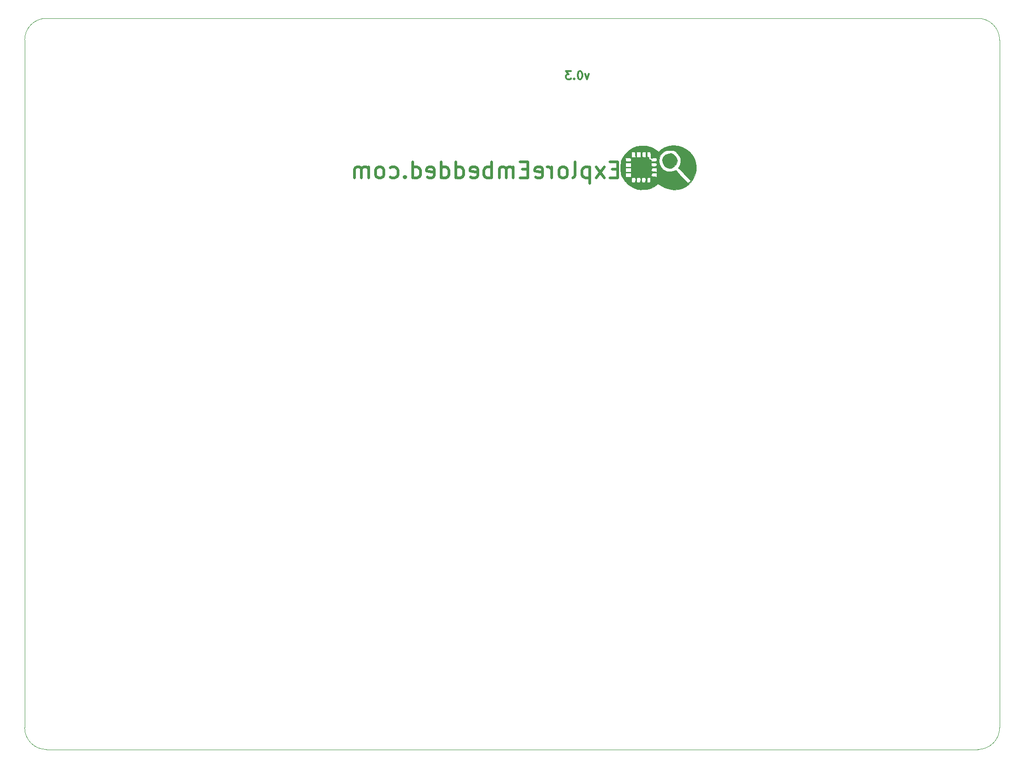
<source format=gbr>
G04 #@! TF.FileFunction,Legend,Bot*
%FSLAX46Y46*%
G04 Gerber Fmt 4.6, Leading zero omitted, Abs format (unit mm)*
G04 Created by KiCad (PCBNEW (2015-01-16 BZR 5376)-product) date 06-Jul-17 9:47:26 AM*
%MOMM*%
G01*
G04 APERTURE LIST*
%ADD10C,0.100000*%
%ADD11C,0.300000*%
%ADD12C,0.500000*%
%ADD13C,0.002540*%
%ADD14C,2.499360*%
%ADD15O,1.800000X2.600000*%
%ADD16C,3.000000*%
%ADD17O,1.727200X2.032000*%
%ADD18C,1.524000*%
%ADD19C,3.500000*%
%ADD20O,2.032000X1.727200*%
%ADD21R,2.032000X1.727200*%
%ADD22R,1.727200X1.727200*%
%ADD23O,1.727200X1.727200*%
%ADD24C,1.501140*%
%ADD25C,2.999740*%
%ADD26C,2.032000*%
%ADD27O,2.032000X2.032000*%
%ADD28R,2.300000X2.300000*%
%ADD29C,2.500000*%
%ADD30O,1.651000X4.000000*%
%ADD31O,1.524000X2.524000*%
%ADD32C,4.800600*%
%ADD33R,4.800600X4.800600*%
%ADD34O,2.300000X1.600000*%
%ADD35R,2.540000X2.540000*%
%ADD36C,2.540000*%
%ADD37C,3.200000*%
%ADD38C,1.600000*%
%ADD39C,2.000000*%
%ADD40C,1.397000*%
%ADD41R,1.397000X1.397000*%
%ADD42O,1.501140X1.998980*%
%ADD43C,3.500120*%
G04 APERTURE END LIST*
D10*
D11*
X143735156Y-38413571D02*
X143378013Y-39413571D01*
X143020871Y-38413571D01*
X142163728Y-37913571D02*
X142020871Y-37913571D01*
X141878014Y-37985000D01*
X141806585Y-38056429D01*
X141735156Y-38199286D01*
X141663728Y-38485000D01*
X141663728Y-38842143D01*
X141735156Y-39127857D01*
X141806585Y-39270714D01*
X141878014Y-39342143D01*
X142020871Y-39413571D01*
X142163728Y-39413571D01*
X142306585Y-39342143D01*
X142378014Y-39270714D01*
X142449442Y-39127857D01*
X142520871Y-38842143D01*
X142520871Y-38485000D01*
X142449442Y-38199286D01*
X142378014Y-38056429D01*
X142306585Y-37985000D01*
X142163728Y-37913571D01*
X141020871Y-39270714D02*
X140949443Y-39342143D01*
X141020871Y-39413571D01*
X141092300Y-39342143D01*
X141020871Y-39270714D01*
X141020871Y-39413571D01*
X140449442Y-37913571D02*
X139520871Y-37913571D01*
X140020871Y-38485000D01*
X139806585Y-38485000D01*
X139663728Y-38556429D01*
X139592299Y-38627857D01*
X139520871Y-38770714D01*
X139520871Y-39127857D01*
X139592299Y-39270714D01*
X139663728Y-39342143D01*
X139806585Y-39413571D01*
X140235157Y-39413571D01*
X140378014Y-39342143D01*
X140449442Y-39270714D01*
D10*
X215556500Y-163166000D02*
X43556500Y-163166000D01*
D12*
X149042216Y-56051714D02*
X148042216Y-56051714D01*
X147613645Y-57623143D02*
X149042216Y-57623143D01*
X149042216Y-54623143D01*
X147613645Y-54623143D01*
X146613645Y-57623143D02*
X145042216Y-55623143D01*
X146613645Y-55623143D02*
X145042216Y-57623143D01*
X143899359Y-55623143D02*
X143899359Y-58623143D01*
X143899359Y-55766000D02*
X143613645Y-55623143D01*
X143042216Y-55623143D01*
X142756502Y-55766000D01*
X142613645Y-55908857D01*
X142470788Y-56194571D01*
X142470788Y-57051714D01*
X142613645Y-57337429D01*
X142756502Y-57480286D01*
X143042216Y-57623143D01*
X143613645Y-57623143D01*
X143899359Y-57480286D01*
X140756502Y-57623143D02*
X141042216Y-57480286D01*
X141185073Y-57194571D01*
X141185073Y-54623143D01*
X139185073Y-57623143D02*
X139470787Y-57480286D01*
X139613644Y-57337429D01*
X139756501Y-57051714D01*
X139756501Y-56194571D01*
X139613644Y-55908857D01*
X139470787Y-55766000D01*
X139185073Y-55623143D01*
X138756501Y-55623143D01*
X138470787Y-55766000D01*
X138327930Y-55908857D01*
X138185073Y-56194571D01*
X138185073Y-57051714D01*
X138327930Y-57337429D01*
X138470787Y-57480286D01*
X138756501Y-57623143D01*
X139185073Y-57623143D01*
X136899358Y-57623143D02*
X136899358Y-55623143D01*
X136899358Y-56194571D02*
X136756501Y-55908857D01*
X136613644Y-55766000D01*
X136327930Y-55623143D01*
X136042215Y-55623143D01*
X133899358Y-57480286D02*
X134185072Y-57623143D01*
X134756501Y-57623143D01*
X135042215Y-57480286D01*
X135185072Y-57194571D01*
X135185072Y-56051714D01*
X135042215Y-55766000D01*
X134756501Y-55623143D01*
X134185072Y-55623143D01*
X133899358Y-55766000D01*
X133756501Y-56051714D01*
X133756501Y-56337429D01*
X135185072Y-56623143D01*
X132470786Y-56051714D02*
X131470786Y-56051714D01*
X131042215Y-57623143D02*
X132470786Y-57623143D01*
X132470786Y-54623143D01*
X131042215Y-54623143D01*
X129756500Y-57623143D02*
X129756500Y-55623143D01*
X129756500Y-55908857D02*
X129613643Y-55766000D01*
X129327929Y-55623143D01*
X128899357Y-55623143D01*
X128613643Y-55766000D01*
X128470786Y-56051714D01*
X128470786Y-57623143D01*
X128470786Y-56051714D02*
X128327929Y-55766000D01*
X128042215Y-55623143D01*
X127613643Y-55623143D01*
X127327929Y-55766000D01*
X127185072Y-56051714D01*
X127185072Y-57623143D01*
X125756500Y-57623143D02*
X125756500Y-54623143D01*
X125756500Y-55766000D02*
X125470786Y-55623143D01*
X124899357Y-55623143D01*
X124613643Y-55766000D01*
X124470786Y-55908857D01*
X124327929Y-56194571D01*
X124327929Y-57051714D01*
X124470786Y-57337429D01*
X124613643Y-57480286D01*
X124899357Y-57623143D01*
X125470786Y-57623143D01*
X125756500Y-57480286D01*
X121899357Y-57480286D02*
X122185071Y-57623143D01*
X122756500Y-57623143D01*
X123042214Y-57480286D01*
X123185071Y-57194571D01*
X123185071Y-56051714D01*
X123042214Y-55766000D01*
X122756500Y-55623143D01*
X122185071Y-55623143D01*
X121899357Y-55766000D01*
X121756500Y-56051714D01*
X121756500Y-56337429D01*
X123185071Y-56623143D01*
X119185071Y-57623143D02*
X119185071Y-54623143D01*
X119185071Y-57480286D02*
X119470785Y-57623143D01*
X120042214Y-57623143D01*
X120327928Y-57480286D01*
X120470785Y-57337429D01*
X120613642Y-57051714D01*
X120613642Y-56194571D01*
X120470785Y-55908857D01*
X120327928Y-55766000D01*
X120042214Y-55623143D01*
X119470785Y-55623143D01*
X119185071Y-55766000D01*
X116470785Y-57623143D02*
X116470785Y-54623143D01*
X116470785Y-57480286D02*
X116756499Y-57623143D01*
X117327928Y-57623143D01*
X117613642Y-57480286D01*
X117756499Y-57337429D01*
X117899356Y-57051714D01*
X117899356Y-56194571D01*
X117756499Y-55908857D01*
X117613642Y-55766000D01*
X117327928Y-55623143D01*
X116756499Y-55623143D01*
X116470785Y-55766000D01*
X113899356Y-57480286D02*
X114185070Y-57623143D01*
X114756499Y-57623143D01*
X115042213Y-57480286D01*
X115185070Y-57194571D01*
X115185070Y-56051714D01*
X115042213Y-55766000D01*
X114756499Y-55623143D01*
X114185070Y-55623143D01*
X113899356Y-55766000D01*
X113756499Y-56051714D01*
X113756499Y-56337429D01*
X115185070Y-56623143D01*
X111185070Y-57623143D02*
X111185070Y-54623143D01*
X111185070Y-57480286D02*
X111470784Y-57623143D01*
X112042213Y-57623143D01*
X112327927Y-57480286D01*
X112470784Y-57337429D01*
X112613641Y-57051714D01*
X112613641Y-56194571D01*
X112470784Y-55908857D01*
X112327927Y-55766000D01*
X112042213Y-55623143D01*
X111470784Y-55623143D01*
X111185070Y-55766000D01*
X109756498Y-57337429D02*
X109613641Y-57480286D01*
X109756498Y-57623143D01*
X109899355Y-57480286D01*
X109756498Y-57337429D01*
X109756498Y-57623143D01*
X107042213Y-57480286D02*
X107327927Y-57623143D01*
X107899356Y-57623143D01*
X108185070Y-57480286D01*
X108327927Y-57337429D01*
X108470784Y-57051714D01*
X108470784Y-56194571D01*
X108327927Y-55908857D01*
X108185070Y-55766000D01*
X107899356Y-55623143D01*
X107327927Y-55623143D01*
X107042213Y-55766000D01*
X105327927Y-57623143D02*
X105613641Y-57480286D01*
X105756498Y-57337429D01*
X105899355Y-57051714D01*
X105899355Y-56194571D01*
X105756498Y-55908857D01*
X105613641Y-55766000D01*
X105327927Y-55623143D01*
X104899355Y-55623143D01*
X104613641Y-55766000D01*
X104470784Y-55908857D01*
X104327927Y-56194571D01*
X104327927Y-57051714D01*
X104470784Y-57337429D01*
X104613641Y-57480286D01*
X104899355Y-57623143D01*
X105327927Y-57623143D01*
X103042212Y-57623143D02*
X103042212Y-55623143D01*
X103042212Y-55908857D02*
X102899355Y-55766000D01*
X102613641Y-55623143D01*
X102185069Y-55623143D01*
X101899355Y-55766000D01*
X101756498Y-56051714D01*
X101756498Y-57623143D01*
X101756498Y-56051714D02*
X101613641Y-55766000D01*
X101327927Y-55623143D01*
X100899355Y-55623143D01*
X100613641Y-55766000D01*
X100470784Y-56051714D01*
X100470784Y-57623143D01*
D10*
X39556500Y-159166000D02*
X39556500Y-32166000D01*
X219556500Y-32166000D02*
X219556500Y-159166000D01*
X43556500Y-28166000D02*
X215556500Y-28166000D01*
X39556500Y-159166000D02*
G75*
G03X43556500Y-163166000I4000000J0D01*
G01*
X215556500Y-163166000D02*
G75*
G03X219556500Y-159166000I0J4000000D01*
G01*
X219556500Y-32166000D02*
G75*
G03X215556500Y-28166000I-4000000J0D01*
G01*
X43556500Y-28166000D02*
G75*
G03X39556500Y-32166000I0J-4000000D01*
G01*
D13*
G36*
X149581000Y-55767600D02*
X149591160Y-56290840D01*
X149616560Y-56666760D01*
X149669900Y-56953780D01*
X149763880Y-57217940D01*
X149832460Y-57370340D01*
X150312520Y-58170440D01*
X150444600Y-58310140D01*
X150444600Y-53910860D01*
X150967840Y-53910860D01*
X151277720Y-53915940D01*
X151430120Y-53956580D01*
X151486000Y-54060720D01*
X151491080Y-54200420D01*
X151463140Y-54462040D01*
X151356460Y-54589040D01*
X151117700Y-54619520D01*
X150927200Y-54609360D01*
X150657960Y-54576340D01*
X150530960Y-54492520D01*
X150485240Y-54304560D01*
X150480160Y-54243600D01*
X150444600Y-53910860D01*
X150444600Y-58310140D01*
X150457300Y-58325380D01*
X150457300Y-57418600D01*
X150457300Y-57060460D01*
X150457300Y-56697240D01*
X150457300Y-56488960D01*
X150457300Y-56130820D01*
X150457300Y-55767600D01*
X150457300Y-55561860D01*
X150457300Y-55201180D01*
X150457300Y-54837960D01*
X150975460Y-54837960D01*
X151491080Y-54837960D01*
X151491080Y-55201180D01*
X151491080Y-55561860D01*
X150975460Y-55561860D01*
X150457300Y-55561860D01*
X150457300Y-55767600D01*
X150975460Y-55767600D01*
X151491080Y-55767600D01*
X151491080Y-56130820D01*
X151491080Y-56488960D01*
X150975460Y-56488960D01*
X150457300Y-56488960D01*
X150457300Y-56697240D01*
X150975460Y-56697240D01*
X151491080Y-56697240D01*
X151491080Y-57060460D01*
X151491080Y-57418600D01*
X150975460Y-57418600D01*
X150457300Y-57418600D01*
X150457300Y-58325380D01*
X150909420Y-58807980D01*
X151595220Y-59267720D01*
X151595220Y-57987560D01*
X151595220Y-53806720D01*
X151595220Y-53283480D01*
X151595220Y-52760240D01*
X151927960Y-52793260D01*
X152133700Y-52826280D01*
X152237840Y-52912640D01*
X152281020Y-53113300D01*
X152296260Y-53316500D01*
X152329280Y-53806720D01*
X151963520Y-53806720D01*
X151595220Y-53806720D01*
X151595220Y-57987560D01*
X151602840Y-57700540D01*
X151656180Y-57568460D01*
X151795880Y-57525280D01*
X151955900Y-57525280D01*
X152179420Y-57532900D01*
X152281020Y-57598940D01*
X152316580Y-57781820D01*
X152316580Y-57987560D01*
X152308960Y-58274580D01*
X152255620Y-58406660D01*
X152118460Y-58449840D01*
X151955900Y-58452380D01*
X151732380Y-58439680D01*
X151628240Y-58376180D01*
X151597760Y-58193300D01*
X151595220Y-57987560D01*
X151595220Y-59267720D01*
X151643480Y-59300740D01*
X152288640Y-59587760D01*
X152522320Y-59658880D01*
X152522320Y-57987560D01*
X152522320Y-53806720D01*
X152522320Y-53291100D01*
X152522320Y-52772940D01*
X152885540Y-52772940D01*
X153243680Y-52772940D01*
X153243680Y-53291100D01*
X153243680Y-53806720D01*
X152885540Y-53806720D01*
X152522320Y-53806720D01*
X152522320Y-57987560D01*
X152532480Y-57700540D01*
X152585820Y-57568460D01*
X152725520Y-57525280D01*
X152885540Y-57525280D01*
X153109060Y-57532900D01*
X153210660Y-57598940D01*
X153243680Y-57781820D01*
X153243680Y-57987560D01*
X153238600Y-58274580D01*
X153185260Y-58406660D01*
X153045560Y-58449840D01*
X152885540Y-58452380D01*
X152662020Y-58439680D01*
X152557880Y-58376180D01*
X152527400Y-58193300D01*
X152522320Y-57987560D01*
X152522320Y-59658880D01*
X152662020Y-59704600D01*
X153002380Y-59768100D01*
X153396080Y-59788420D01*
X153477360Y-59785880D01*
X153477360Y-57987560D01*
X153482440Y-57700540D01*
X153505300Y-57634500D01*
X153505300Y-53466360D01*
X153505300Y-53291100D01*
X153512920Y-53001540D01*
X153568800Y-52864380D01*
X153713580Y-52808500D01*
X153840580Y-52793260D01*
X154173320Y-52760240D01*
X154173320Y-53291100D01*
X154173320Y-53819420D01*
X153840580Y-53786400D01*
X153632300Y-53755920D01*
X153535780Y-53669560D01*
X153505300Y-53466360D01*
X153505300Y-57634500D01*
X153530700Y-57568460D01*
X153667860Y-57525280D01*
X153822800Y-57525280D01*
X154041240Y-57532900D01*
X154142840Y-57601480D01*
X154173320Y-57784360D01*
X154173320Y-57987560D01*
X154168240Y-58274580D01*
X154114900Y-58406660D01*
X153977740Y-58449840D01*
X153830420Y-58452380D01*
X153619600Y-58439680D01*
X153518000Y-58368560D01*
X153482440Y-58183140D01*
X153477360Y-57987560D01*
X153477360Y-59785880D01*
X153848200Y-59775720D01*
X154358740Y-59737620D01*
X154455260Y-59719840D01*
X154455260Y-58195840D01*
X154457800Y-58142500D01*
X154457800Y-52902480D01*
X154528920Y-52841520D01*
X154737200Y-52795800D01*
X154762600Y-52795800D01*
X155092800Y-52760240D01*
X155123280Y-53354600D01*
X155156300Y-53954040D01*
X155207100Y-53951500D01*
X155207100Y-53446040D01*
X155207100Y-53034560D01*
X155257900Y-52981220D01*
X155311240Y-53034560D01*
X155257900Y-53082820D01*
X155207100Y-53034560D01*
X155207100Y-53446040D01*
X155257900Y-53392700D01*
X155311240Y-53446040D01*
X155257900Y-53499380D01*
X155207100Y-53446040D01*
X155207100Y-53951500D01*
X155697320Y-53923560D01*
X156012280Y-53910860D01*
X156174840Y-53938800D01*
X156233260Y-54030240D01*
X156238340Y-54205500D01*
X156223100Y-54403620D01*
X156134200Y-54497600D01*
X155918300Y-54538240D01*
X155798920Y-54548400D01*
X155466180Y-54563640D01*
X155285840Y-54538240D01*
X155214720Y-54454420D01*
X155207100Y-54368060D01*
X155163920Y-54241060D01*
X155130900Y-54233440D01*
X154889600Y-54223280D01*
X154810860Y-54093740D01*
X154823560Y-54012460D01*
X154821020Y-53847360D01*
X154681320Y-53806720D01*
X154551780Y-53768620D01*
X154495900Y-53618760D01*
X154483200Y-53392700D01*
X154480660Y-53110760D01*
X154465420Y-52925340D01*
X154457800Y-52902480D01*
X154457800Y-58142500D01*
X154467960Y-57987560D01*
X154500980Y-57700540D01*
X154569560Y-57563380D01*
X154709260Y-57525280D01*
X154805780Y-57525280D01*
X154988660Y-57535440D01*
X155075020Y-57616720D01*
X155102960Y-57822460D01*
X155102960Y-57987560D01*
X155097880Y-58274580D01*
X155044540Y-58406660D01*
X154907380Y-58449840D01*
X154767680Y-58452380D01*
X154564480Y-58439680D01*
X154470500Y-58376180D01*
X154455260Y-58195840D01*
X154455260Y-59719840D01*
X154747360Y-59674120D01*
X155097880Y-59559820D01*
X155196940Y-59511560D01*
X155196940Y-54837960D01*
X155715100Y-54837960D01*
X156024980Y-54845580D01*
X156179920Y-54886220D01*
X156233260Y-54990360D01*
X156238340Y-55140220D01*
X156210400Y-55345960D01*
X156093560Y-55457720D01*
X155849720Y-55500900D01*
X155575400Y-55498360D01*
X155349340Y-55465340D01*
X155255360Y-55338340D01*
X155227420Y-55163080D01*
X155196940Y-54837960D01*
X155196940Y-59511560D01*
X155257900Y-59483620D01*
X155257900Y-57060460D01*
X155257900Y-56130820D01*
X155273140Y-55942860D01*
X155349340Y-55846340D01*
X155550000Y-55803160D01*
X155750660Y-55787920D01*
X156238340Y-55754900D01*
X156238340Y-56130820D01*
X156238340Y-56501660D01*
X155750660Y-56471180D01*
X155453480Y-56443240D01*
X155311240Y-56384820D01*
X155262980Y-56257820D01*
X155257900Y-56130820D01*
X155257900Y-57060460D01*
X155273140Y-56869960D01*
X155349340Y-56773440D01*
X155550000Y-56730260D01*
X155750660Y-56715020D01*
X156238340Y-56684540D01*
X156238340Y-57060460D01*
X156238340Y-57431300D01*
X155750660Y-57400820D01*
X155453480Y-57372880D01*
X155311240Y-57314460D01*
X155262980Y-57187460D01*
X155257900Y-57060460D01*
X155257900Y-59483620D01*
X155433160Y-59404880D01*
X155796380Y-59211840D01*
X156101180Y-59018800D01*
X156281520Y-58874020D01*
X156393280Y-58764800D01*
X156499960Y-58741940D01*
X156652360Y-58807980D01*
X156652360Y-54497600D01*
X156718400Y-53938800D01*
X156952080Y-53405400D01*
X157345780Y-52938040D01*
X157564220Y-52765320D01*
X157805520Y-52628160D01*
X158067140Y-52549420D01*
X158420200Y-52518940D01*
X158674200Y-52516400D01*
X159083140Y-52526560D01*
X159357460Y-52562120D01*
X159570820Y-52656100D01*
X159796880Y-52816120D01*
X159817200Y-52831360D01*
X160165180Y-53189500D01*
X160452200Y-53626380D01*
X160632540Y-54070880D01*
X160678260Y-54370600D01*
X160632540Y-54789700D01*
X160523320Y-55203720D01*
X160368380Y-55528840D01*
X160292180Y-55622820D01*
X160188040Y-55752360D01*
X160228680Y-55859040D01*
X160376000Y-55975880D01*
X160541100Y-56120660D01*
X160807800Y-56384820D01*
X161140540Y-56727720D01*
X161506300Y-57118880D01*
X161549480Y-57164600D01*
X162474040Y-58167900D01*
X162225120Y-58368560D01*
X161978740Y-58571760D01*
X161300560Y-57868180D01*
X160937340Y-57484640D01*
X160571580Y-57090940D01*
X160269320Y-56753120D01*
X160198200Y-56669300D01*
X159776560Y-56179080D01*
X159403180Y-56334020D01*
X158803740Y-56476260D01*
X158189060Y-56420380D01*
X157914740Y-56331480D01*
X157376260Y-56006360D01*
X156982560Y-55569480D01*
X156741260Y-55056400D01*
X156652360Y-54497600D01*
X156652360Y-58807980D01*
X156654900Y-58813060D01*
X156916520Y-58990860D01*
X156944460Y-59013720D01*
X157701380Y-59432820D01*
X158537040Y-59696980D01*
X159403180Y-59803660D01*
X160256620Y-59740160D01*
X160884000Y-59567440D01*
X161709500Y-59153420D01*
X162395300Y-58594620D01*
X162933780Y-57916440D01*
X163312240Y-57144280D01*
X163520520Y-56293380D01*
X163538300Y-55394220D01*
X163469720Y-54921780D01*
X163291920Y-54251220D01*
X163015060Y-53677180D01*
X162608660Y-53133620D01*
X162423240Y-52927880D01*
X161770460Y-52376700D01*
X161018620Y-51977920D01*
X160205820Y-51739160D01*
X159365080Y-51657880D01*
X158531960Y-51741700D01*
X157734400Y-51993160D01*
X157015580Y-52407180D01*
X156855560Y-52534180D01*
X156555840Y-52788180D01*
X156218020Y-52534180D01*
X155471260Y-52082060D01*
X154640680Y-51795040D01*
X154292700Y-51723920D01*
X153393540Y-51668040D01*
X152527400Y-51807740D01*
X151717140Y-52122700D01*
X150993240Y-52602760D01*
X150381100Y-53237760D01*
X149903580Y-54007380D01*
X149901040Y-54012460D01*
X149753720Y-54337580D01*
X149662280Y-54609360D01*
X149608940Y-54898920D01*
X149588620Y-55259600D01*
X149581000Y-55767600D01*
X149581000Y-55767600D01*
X149581000Y-55767600D01*
G37*
X149581000Y-55767600D02*
X149591160Y-56290840D01*
X149616560Y-56666760D01*
X149669900Y-56953780D01*
X149763880Y-57217940D01*
X149832460Y-57370340D01*
X150312520Y-58170440D01*
X150444600Y-58310140D01*
X150444600Y-53910860D01*
X150967840Y-53910860D01*
X151277720Y-53915940D01*
X151430120Y-53956580D01*
X151486000Y-54060720D01*
X151491080Y-54200420D01*
X151463140Y-54462040D01*
X151356460Y-54589040D01*
X151117700Y-54619520D01*
X150927200Y-54609360D01*
X150657960Y-54576340D01*
X150530960Y-54492520D01*
X150485240Y-54304560D01*
X150480160Y-54243600D01*
X150444600Y-53910860D01*
X150444600Y-58310140D01*
X150457300Y-58325380D01*
X150457300Y-57418600D01*
X150457300Y-57060460D01*
X150457300Y-56697240D01*
X150457300Y-56488960D01*
X150457300Y-56130820D01*
X150457300Y-55767600D01*
X150457300Y-55561860D01*
X150457300Y-55201180D01*
X150457300Y-54837960D01*
X150975460Y-54837960D01*
X151491080Y-54837960D01*
X151491080Y-55201180D01*
X151491080Y-55561860D01*
X150975460Y-55561860D01*
X150457300Y-55561860D01*
X150457300Y-55767600D01*
X150975460Y-55767600D01*
X151491080Y-55767600D01*
X151491080Y-56130820D01*
X151491080Y-56488960D01*
X150975460Y-56488960D01*
X150457300Y-56488960D01*
X150457300Y-56697240D01*
X150975460Y-56697240D01*
X151491080Y-56697240D01*
X151491080Y-57060460D01*
X151491080Y-57418600D01*
X150975460Y-57418600D01*
X150457300Y-57418600D01*
X150457300Y-58325380D01*
X150909420Y-58807980D01*
X151595220Y-59267720D01*
X151595220Y-57987560D01*
X151595220Y-53806720D01*
X151595220Y-53283480D01*
X151595220Y-52760240D01*
X151927960Y-52793260D01*
X152133700Y-52826280D01*
X152237840Y-52912640D01*
X152281020Y-53113300D01*
X152296260Y-53316500D01*
X152329280Y-53806720D01*
X151963520Y-53806720D01*
X151595220Y-53806720D01*
X151595220Y-57987560D01*
X151602840Y-57700540D01*
X151656180Y-57568460D01*
X151795880Y-57525280D01*
X151955900Y-57525280D01*
X152179420Y-57532900D01*
X152281020Y-57598940D01*
X152316580Y-57781820D01*
X152316580Y-57987560D01*
X152308960Y-58274580D01*
X152255620Y-58406660D01*
X152118460Y-58449840D01*
X151955900Y-58452380D01*
X151732380Y-58439680D01*
X151628240Y-58376180D01*
X151597760Y-58193300D01*
X151595220Y-57987560D01*
X151595220Y-59267720D01*
X151643480Y-59300740D01*
X152288640Y-59587760D01*
X152522320Y-59658880D01*
X152522320Y-57987560D01*
X152522320Y-53806720D01*
X152522320Y-53291100D01*
X152522320Y-52772940D01*
X152885540Y-52772940D01*
X153243680Y-52772940D01*
X153243680Y-53291100D01*
X153243680Y-53806720D01*
X152885540Y-53806720D01*
X152522320Y-53806720D01*
X152522320Y-57987560D01*
X152532480Y-57700540D01*
X152585820Y-57568460D01*
X152725520Y-57525280D01*
X152885540Y-57525280D01*
X153109060Y-57532900D01*
X153210660Y-57598940D01*
X153243680Y-57781820D01*
X153243680Y-57987560D01*
X153238600Y-58274580D01*
X153185260Y-58406660D01*
X153045560Y-58449840D01*
X152885540Y-58452380D01*
X152662020Y-58439680D01*
X152557880Y-58376180D01*
X152527400Y-58193300D01*
X152522320Y-57987560D01*
X152522320Y-59658880D01*
X152662020Y-59704600D01*
X153002380Y-59768100D01*
X153396080Y-59788420D01*
X153477360Y-59785880D01*
X153477360Y-57987560D01*
X153482440Y-57700540D01*
X153505300Y-57634500D01*
X153505300Y-53466360D01*
X153505300Y-53291100D01*
X153512920Y-53001540D01*
X153568800Y-52864380D01*
X153713580Y-52808500D01*
X153840580Y-52793260D01*
X154173320Y-52760240D01*
X154173320Y-53291100D01*
X154173320Y-53819420D01*
X153840580Y-53786400D01*
X153632300Y-53755920D01*
X153535780Y-53669560D01*
X153505300Y-53466360D01*
X153505300Y-57634500D01*
X153530700Y-57568460D01*
X153667860Y-57525280D01*
X153822800Y-57525280D01*
X154041240Y-57532900D01*
X154142840Y-57601480D01*
X154173320Y-57784360D01*
X154173320Y-57987560D01*
X154168240Y-58274580D01*
X154114900Y-58406660D01*
X153977740Y-58449840D01*
X153830420Y-58452380D01*
X153619600Y-58439680D01*
X153518000Y-58368560D01*
X153482440Y-58183140D01*
X153477360Y-57987560D01*
X153477360Y-59785880D01*
X153848200Y-59775720D01*
X154358740Y-59737620D01*
X154455260Y-59719840D01*
X154455260Y-58195840D01*
X154457800Y-58142500D01*
X154457800Y-52902480D01*
X154528920Y-52841520D01*
X154737200Y-52795800D01*
X154762600Y-52795800D01*
X155092800Y-52760240D01*
X155123280Y-53354600D01*
X155156300Y-53954040D01*
X155207100Y-53951500D01*
X155207100Y-53446040D01*
X155207100Y-53034560D01*
X155257900Y-52981220D01*
X155311240Y-53034560D01*
X155257900Y-53082820D01*
X155207100Y-53034560D01*
X155207100Y-53446040D01*
X155257900Y-53392700D01*
X155311240Y-53446040D01*
X155257900Y-53499380D01*
X155207100Y-53446040D01*
X155207100Y-53951500D01*
X155697320Y-53923560D01*
X156012280Y-53910860D01*
X156174840Y-53938800D01*
X156233260Y-54030240D01*
X156238340Y-54205500D01*
X156223100Y-54403620D01*
X156134200Y-54497600D01*
X155918300Y-54538240D01*
X155798920Y-54548400D01*
X155466180Y-54563640D01*
X155285840Y-54538240D01*
X155214720Y-54454420D01*
X155207100Y-54368060D01*
X155163920Y-54241060D01*
X155130900Y-54233440D01*
X154889600Y-54223280D01*
X154810860Y-54093740D01*
X154823560Y-54012460D01*
X154821020Y-53847360D01*
X154681320Y-53806720D01*
X154551780Y-53768620D01*
X154495900Y-53618760D01*
X154483200Y-53392700D01*
X154480660Y-53110760D01*
X154465420Y-52925340D01*
X154457800Y-52902480D01*
X154457800Y-58142500D01*
X154467960Y-57987560D01*
X154500980Y-57700540D01*
X154569560Y-57563380D01*
X154709260Y-57525280D01*
X154805780Y-57525280D01*
X154988660Y-57535440D01*
X155075020Y-57616720D01*
X155102960Y-57822460D01*
X155102960Y-57987560D01*
X155097880Y-58274580D01*
X155044540Y-58406660D01*
X154907380Y-58449840D01*
X154767680Y-58452380D01*
X154564480Y-58439680D01*
X154470500Y-58376180D01*
X154455260Y-58195840D01*
X154455260Y-59719840D01*
X154747360Y-59674120D01*
X155097880Y-59559820D01*
X155196940Y-59511560D01*
X155196940Y-54837960D01*
X155715100Y-54837960D01*
X156024980Y-54845580D01*
X156179920Y-54886220D01*
X156233260Y-54990360D01*
X156238340Y-55140220D01*
X156210400Y-55345960D01*
X156093560Y-55457720D01*
X155849720Y-55500900D01*
X155575400Y-55498360D01*
X155349340Y-55465340D01*
X155255360Y-55338340D01*
X155227420Y-55163080D01*
X155196940Y-54837960D01*
X155196940Y-59511560D01*
X155257900Y-59483620D01*
X155257900Y-57060460D01*
X155257900Y-56130820D01*
X155273140Y-55942860D01*
X155349340Y-55846340D01*
X155550000Y-55803160D01*
X155750660Y-55787920D01*
X156238340Y-55754900D01*
X156238340Y-56130820D01*
X156238340Y-56501660D01*
X155750660Y-56471180D01*
X155453480Y-56443240D01*
X155311240Y-56384820D01*
X155262980Y-56257820D01*
X155257900Y-56130820D01*
X155257900Y-57060460D01*
X155273140Y-56869960D01*
X155349340Y-56773440D01*
X155550000Y-56730260D01*
X155750660Y-56715020D01*
X156238340Y-56684540D01*
X156238340Y-57060460D01*
X156238340Y-57431300D01*
X155750660Y-57400820D01*
X155453480Y-57372880D01*
X155311240Y-57314460D01*
X155262980Y-57187460D01*
X155257900Y-57060460D01*
X155257900Y-59483620D01*
X155433160Y-59404880D01*
X155796380Y-59211840D01*
X156101180Y-59018800D01*
X156281520Y-58874020D01*
X156393280Y-58764800D01*
X156499960Y-58741940D01*
X156652360Y-58807980D01*
X156652360Y-54497600D01*
X156718400Y-53938800D01*
X156952080Y-53405400D01*
X157345780Y-52938040D01*
X157564220Y-52765320D01*
X157805520Y-52628160D01*
X158067140Y-52549420D01*
X158420200Y-52518940D01*
X158674200Y-52516400D01*
X159083140Y-52526560D01*
X159357460Y-52562120D01*
X159570820Y-52656100D01*
X159796880Y-52816120D01*
X159817200Y-52831360D01*
X160165180Y-53189500D01*
X160452200Y-53626380D01*
X160632540Y-54070880D01*
X160678260Y-54370600D01*
X160632540Y-54789700D01*
X160523320Y-55203720D01*
X160368380Y-55528840D01*
X160292180Y-55622820D01*
X160188040Y-55752360D01*
X160228680Y-55859040D01*
X160376000Y-55975880D01*
X160541100Y-56120660D01*
X160807800Y-56384820D01*
X161140540Y-56727720D01*
X161506300Y-57118880D01*
X161549480Y-57164600D01*
X162474040Y-58167900D01*
X162225120Y-58368560D01*
X161978740Y-58571760D01*
X161300560Y-57868180D01*
X160937340Y-57484640D01*
X160571580Y-57090940D01*
X160269320Y-56753120D01*
X160198200Y-56669300D01*
X159776560Y-56179080D01*
X159403180Y-56334020D01*
X158803740Y-56476260D01*
X158189060Y-56420380D01*
X157914740Y-56331480D01*
X157376260Y-56006360D01*
X156982560Y-55569480D01*
X156741260Y-55056400D01*
X156652360Y-54497600D01*
X156652360Y-58807980D01*
X156654900Y-58813060D01*
X156916520Y-58990860D01*
X156944460Y-59013720D01*
X157701380Y-59432820D01*
X158537040Y-59696980D01*
X159403180Y-59803660D01*
X160256620Y-59740160D01*
X160884000Y-59567440D01*
X161709500Y-59153420D01*
X162395300Y-58594620D01*
X162933780Y-57916440D01*
X163312240Y-57144280D01*
X163520520Y-56293380D01*
X163538300Y-55394220D01*
X163469720Y-54921780D01*
X163291920Y-54251220D01*
X163015060Y-53677180D01*
X162608660Y-53133620D01*
X162423240Y-52927880D01*
X161770460Y-52376700D01*
X161018620Y-51977920D01*
X160205820Y-51739160D01*
X159365080Y-51657880D01*
X158531960Y-51741700D01*
X157734400Y-51993160D01*
X157015580Y-52407180D01*
X156855560Y-52534180D01*
X156555840Y-52788180D01*
X156218020Y-52534180D01*
X155471260Y-52082060D01*
X154640680Y-51795040D01*
X154292700Y-51723920D01*
X153393540Y-51668040D01*
X152527400Y-51807740D01*
X151717140Y-52122700D01*
X150993240Y-52602760D01*
X150381100Y-53237760D01*
X149903580Y-54007380D01*
X149901040Y-54012460D01*
X149753720Y-54337580D01*
X149662280Y-54609360D01*
X149608940Y-54898920D01*
X149588620Y-55259600D01*
X149581000Y-55767600D01*
X149581000Y-55767600D01*
G36*
X157292440Y-54263920D02*
X157320380Y-54736360D01*
X157493100Y-55175780D01*
X157785200Y-55541540D01*
X158173820Y-55787920D01*
X158615780Y-55869200D01*
X158879940Y-55823480D01*
X159189820Y-55709180D01*
X159225380Y-55691400D01*
X159647020Y-55373900D01*
X159911180Y-54970040D01*
X160017860Y-54512840D01*
X159961980Y-54053100D01*
X159746080Y-53626380D01*
X159367620Y-53275860D01*
X159319360Y-53247920D01*
X158885020Y-53098060D01*
X158410040Y-53113300D01*
X157957920Y-53275860D01*
X157589620Y-53570500D01*
X157432140Y-53796560D01*
X157292440Y-54263920D01*
X157292440Y-54263920D01*
X157292440Y-54263920D01*
G37*
X157292440Y-54263920D02*
X157320380Y-54736360D01*
X157493100Y-55175780D01*
X157785200Y-55541540D01*
X158173820Y-55787920D01*
X158615780Y-55869200D01*
X158879940Y-55823480D01*
X159189820Y-55709180D01*
X159225380Y-55691400D01*
X159647020Y-55373900D01*
X159911180Y-54970040D01*
X160017860Y-54512840D01*
X159961980Y-54053100D01*
X159746080Y-53626380D01*
X159367620Y-53275860D01*
X159319360Y-53247920D01*
X158885020Y-53098060D01*
X158410040Y-53113300D01*
X157957920Y-53275860D01*
X157589620Y-53570500D01*
X157432140Y-53796560D01*
X157292440Y-54263920D01*
X157292440Y-54263920D01*
%LPC*%
D14*
X75374500Y-156083000D03*
X77833220Y-159258000D03*
X72834500Y-159258000D03*
D15*
X48450500Y-31750000D03*
X50990500Y-31750000D03*
X53530500Y-31750000D03*
X56070500Y-31750000D03*
X58610500Y-31750000D03*
X61150500Y-31750000D03*
X63690500Y-31750000D03*
X66230500Y-31750000D03*
X68770500Y-31750000D03*
X71310500Y-31750000D03*
X73850500Y-31750000D03*
X76390500Y-31750000D03*
X78930500Y-31750000D03*
X81470500Y-31750000D03*
X84010500Y-31750000D03*
X86550500Y-31750000D03*
D16*
X42951400Y-31750000D03*
X42951400Y-62750700D03*
X117949980Y-62750700D03*
X117949980Y-31750000D03*
D17*
X102298500Y-97282000D03*
X99758500Y-97282000D03*
X97218500Y-97282000D03*
X94678500Y-97282000D03*
X92138500Y-97282000D03*
X89598500Y-97282000D03*
X87058500Y-97282000D03*
X84518500Y-97282000D03*
X81978500Y-97282000D03*
X79438500Y-97282000D03*
X76898500Y-97282000D03*
X74358500Y-97282000D03*
X71818500Y-97282000D03*
X69278500Y-97282000D03*
X66738500Y-97282000D03*
X64198500Y-97282000D03*
X61658500Y-97282000D03*
X59118500Y-97282000D03*
X56578500Y-97282000D03*
X54038500Y-97282000D03*
D18*
X50482500Y-45466000D03*
X50482500Y-48006000D03*
X48483520Y-48006000D03*
X48483520Y-45466000D03*
D19*
X45783500Y-40736520D03*
X45783500Y-52735480D03*
D20*
X71818500Y-105156000D03*
X71818500Y-107696000D03*
X71818500Y-110236000D03*
X71818500Y-112776000D03*
X194627500Y-120650000D03*
X194627500Y-118110000D03*
X194627500Y-115570000D03*
X194627500Y-113030000D03*
X194627500Y-110490000D03*
X194627500Y-107950000D03*
X194627500Y-105410000D03*
X194627500Y-102870000D03*
X208216500Y-150876000D03*
X208216500Y-148336000D03*
X208216500Y-145796000D03*
X208216500Y-143256000D03*
X208216500Y-140716000D03*
X208216500Y-138176000D03*
X208216500Y-135636000D03*
X208216500Y-133096000D03*
X138620500Y-75946000D03*
X138620500Y-78486000D03*
X138620500Y-81026000D03*
X138620500Y-83566000D03*
X138620500Y-86106000D03*
X138620500Y-88646000D03*
X138620500Y-91186000D03*
X138620500Y-93726000D03*
X138620500Y-96266000D03*
X138620500Y-98806000D03*
X138620500Y-101346000D03*
X138620500Y-103886000D03*
X138620500Y-106426000D03*
X138620500Y-108966000D03*
X138620500Y-111506000D03*
X138620500Y-114046000D03*
X138620500Y-116586000D03*
X138620500Y-119126000D03*
X138620500Y-121666000D03*
X138620500Y-124206000D03*
X138620500Y-126746000D03*
X138620500Y-129286000D03*
X138620500Y-131826000D03*
X138620500Y-134366000D03*
X138620500Y-136906000D03*
X138620500Y-139446000D03*
X138620500Y-141986000D03*
X138620500Y-144526000D03*
X138620500Y-147066000D03*
X138620500Y-149606000D03*
X138620500Y-152146000D03*
X138620500Y-154686000D03*
D21*
X41338500Y-116078000D03*
D20*
X41338500Y-113538000D03*
X41338500Y-110998000D03*
X41338500Y-108458000D03*
X41338500Y-105918000D03*
X41338500Y-103378000D03*
D22*
X42100500Y-124206000D03*
D23*
X42100500Y-121666000D03*
X44640500Y-124206000D03*
X44640500Y-121666000D03*
X47180500Y-124206000D03*
X47180500Y-121666000D03*
X49720500Y-124206000D03*
X49720500Y-121666000D03*
D22*
X42100500Y-131826000D03*
D23*
X42100500Y-129286000D03*
X44640500Y-131826000D03*
X44640500Y-129286000D03*
X47180500Y-131826000D03*
X47180500Y-129286000D03*
X49720500Y-131826000D03*
X49720500Y-129286000D03*
D22*
X42100500Y-139446000D03*
D23*
X42100500Y-136906000D03*
X44640500Y-139446000D03*
X44640500Y-136906000D03*
X47180500Y-139446000D03*
X47180500Y-136906000D03*
X49720500Y-139446000D03*
X49720500Y-136906000D03*
D17*
X110740500Y-68560000D03*
X113280500Y-68560000D03*
X115820500Y-68560000D03*
X118360500Y-68560000D03*
X80454500Y-143002000D03*
X82994500Y-143002000D03*
X85534500Y-143002000D03*
D24*
X48198620Y-68072860D03*
X48198620Y-65532860D03*
X48198620Y-63500860D03*
X48198620Y-60960860D03*
D25*
X45531620Y-71120860D03*
X45531620Y-57404860D03*
D26*
X64960500Y-159258000D03*
D27*
X67500500Y-159258000D03*
D20*
X217741500Y-124206000D03*
X217741500Y-121666000D03*
X217741500Y-119126000D03*
X217741500Y-116586000D03*
X217741500Y-114046000D03*
X217741500Y-105791000D03*
X217741500Y-103251000D03*
X217741500Y-100711000D03*
X217741500Y-98171000D03*
X44894500Y-113792000D03*
X44894500Y-111252000D03*
X44894500Y-108712000D03*
X44894500Y-106172000D03*
D17*
X141024500Y-160416000D03*
X143564500Y-160416000D03*
X146104500Y-160416000D03*
X148644500Y-160416000D03*
X151184500Y-160416000D03*
X153724500Y-160416000D03*
X156264500Y-160416000D03*
X158804500Y-160416000D03*
X161344500Y-160416000D03*
X163884500Y-160416000D03*
X166424500Y-160416000D03*
X168964500Y-160416000D03*
X171504500Y-160416000D03*
X174044500Y-160416000D03*
X176584500Y-160416000D03*
X179124500Y-160416000D03*
X141024500Y-157916000D03*
X143564500Y-157916000D03*
X146104500Y-157916000D03*
X148644500Y-157916000D03*
X151184500Y-157916000D03*
X153724500Y-157916000D03*
X156264500Y-157916000D03*
X158804500Y-157916000D03*
X161344500Y-157916000D03*
X163884500Y-157916000D03*
X166424500Y-157916000D03*
X168964500Y-157916000D03*
X171504500Y-157916000D03*
X174044500Y-157916000D03*
X176584500Y-157916000D03*
X179124500Y-157916000D03*
D20*
X181546500Y-75946000D03*
X181546500Y-78486000D03*
X181546500Y-81026000D03*
X181546500Y-83566000D03*
X181546500Y-86106000D03*
X181546500Y-88646000D03*
X181546500Y-91186000D03*
X181546500Y-93726000D03*
X181546500Y-96266000D03*
X181546500Y-98806000D03*
X181546500Y-101346000D03*
X181546500Y-103886000D03*
X181546500Y-106426000D03*
X181546500Y-108966000D03*
X181546500Y-111506000D03*
X181546500Y-114046000D03*
X181546500Y-116586000D03*
X181546500Y-119126000D03*
X181546500Y-121666000D03*
X181546500Y-124206000D03*
X181546500Y-126746000D03*
X181546500Y-129286000D03*
X181546500Y-131826000D03*
X181546500Y-134366000D03*
X181546500Y-136906000D03*
X181546500Y-139446000D03*
X181546500Y-141986000D03*
X181546500Y-144526000D03*
X181546500Y-147066000D03*
X181546500Y-149606000D03*
X181546500Y-152146000D03*
X181546500Y-154686000D03*
X179006500Y-75946000D03*
X179006500Y-78486000D03*
X179006500Y-81026000D03*
X179006500Y-83566000D03*
X179006500Y-86106000D03*
X179006500Y-88646000D03*
X179006500Y-91186000D03*
X179006500Y-93726000D03*
X179006500Y-96266000D03*
X179006500Y-98806000D03*
X179006500Y-101346000D03*
X179006500Y-103886000D03*
X179006500Y-106426000D03*
X179006500Y-108966000D03*
X179006500Y-111506000D03*
X179006500Y-114046000D03*
X179006500Y-116586000D03*
X179006500Y-119126000D03*
X179006500Y-121666000D03*
X179006500Y-124206000D03*
X179006500Y-126746000D03*
X179006500Y-129286000D03*
X179006500Y-131826000D03*
X179006500Y-134366000D03*
X179006500Y-136906000D03*
X179006500Y-139446000D03*
X179006500Y-141986000D03*
X179006500Y-144526000D03*
X179006500Y-147066000D03*
X179006500Y-149606000D03*
X179006500Y-152146000D03*
X179006500Y-154686000D03*
X141160500Y-75946000D03*
X141160500Y-78486000D03*
X141160500Y-81026000D03*
X141160500Y-83566000D03*
X141160500Y-86106000D03*
X141160500Y-88646000D03*
X141160500Y-91186000D03*
X141160500Y-93726000D03*
X141160500Y-96266000D03*
X141160500Y-98806000D03*
X141160500Y-101346000D03*
X141160500Y-103886000D03*
X141160500Y-106426000D03*
X141160500Y-108966000D03*
X141160500Y-111506000D03*
X141160500Y-114046000D03*
X141160500Y-116586000D03*
X141160500Y-119126000D03*
X141160500Y-121666000D03*
X141160500Y-124206000D03*
X141160500Y-126746000D03*
X141160500Y-129286000D03*
X141160500Y-131826000D03*
X141160500Y-134366000D03*
X141160500Y-136906000D03*
X141160500Y-139446000D03*
X141160500Y-141986000D03*
X141160500Y-144526000D03*
X141160500Y-147066000D03*
X141160500Y-149606000D03*
X141160500Y-152146000D03*
X141160500Y-154686000D03*
D22*
X65976500Y-105156000D03*
D23*
X68516500Y-105156000D03*
X65976500Y-107696000D03*
X68516500Y-107696000D03*
X65976500Y-110236000D03*
X68516500Y-110236000D03*
X65976500Y-112776000D03*
X68516500Y-112776000D03*
D28*
X57546500Y-159766000D03*
D29*
X54546500Y-159766000D03*
X51546500Y-159766000D03*
D30*
X49146460Y-159766000D03*
X59946540Y-159766000D03*
D31*
X162496500Y-45466000D03*
X165036500Y-45466000D03*
X167576500Y-45466000D03*
X170116500Y-45466000D03*
X172656500Y-45466000D03*
X172656500Y-30226000D03*
X170116500Y-30226000D03*
X167576500Y-30226000D03*
X165036500Y-30226000D03*
X162496500Y-30226000D03*
D32*
X42354500Y-148590000D03*
D33*
X48450500Y-148590000D03*
D32*
X44854500Y-153670000D03*
D34*
X198556500Y-78166000D03*
X198556500Y-80706000D03*
X198556500Y-83246000D03*
X198556500Y-85786000D03*
X198556500Y-88326000D03*
X198556500Y-90866000D03*
X198556500Y-93406000D03*
X198556500Y-95946000D03*
X206176500Y-95946000D03*
X206176500Y-93406000D03*
X206176500Y-90866000D03*
X206176500Y-88326000D03*
X206176500Y-85786000D03*
X206176500Y-83246000D03*
X206176500Y-80706000D03*
X206176500Y-78166000D03*
D35*
X215836500Y-92456000D03*
D36*
X215836500Y-87376000D03*
D35*
X215836500Y-82296000D03*
D36*
X215836500Y-77216000D03*
X195867020Y-53690520D03*
X193865500Y-59690000D03*
X207865980Y-53690520D03*
X207865980Y-65689480D03*
X195867020Y-65689480D03*
D35*
X215582500Y-64770000D03*
D36*
X215582500Y-59690000D03*
X215582500Y-54610000D03*
D37*
X216056500Y-159666000D03*
X43056500Y-31666000D03*
X43056500Y-159666000D03*
X216056500Y-31666000D03*
D38*
X44038500Y-79042000D03*
X44038500Y-87042000D03*
D39*
X96954340Y-76200000D03*
X89354660Y-76200000D03*
D26*
X205041500Y-72566000D03*
X200041500Y-69166000D03*
X210041500Y-69166000D03*
D40*
X84264500Y-44196000D03*
X81724500Y-44196000D03*
D31*
X175196500Y-45466000D03*
X177736500Y-45466000D03*
X180276500Y-45466000D03*
X182816500Y-45466000D03*
X185356500Y-45466000D03*
X185356500Y-30226000D03*
X182816500Y-30226000D03*
X180276500Y-30226000D03*
X177736500Y-30226000D03*
X175196500Y-30226000D03*
X187896500Y-45466000D03*
X190436500Y-45466000D03*
X192976500Y-45466000D03*
X195516500Y-45466000D03*
X198056500Y-45466000D03*
X198056500Y-30226000D03*
X195516500Y-30226000D03*
X192976500Y-30226000D03*
X190436500Y-30226000D03*
X187896500Y-30226000D03*
X200596500Y-45466000D03*
X203136500Y-45466000D03*
X205676500Y-45466000D03*
X208216500Y-45466000D03*
X210756500Y-45466000D03*
X210756500Y-30226000D03*
X208216500Y-30226000D03*
X205676500Y-30226000D03*
X203136500Y-30226000D03*
X200596500Y-30226000D03*
D41*
X130746500Y-134874000D03*
D40*
X130746500Y-137414000D03*
X130746500Y-139954000D03*
X130746500Y-142494000D03*
X130746500Y-145034000D03*
X130746500Y-147574000D03*
X130746500Y-150114000D03*
X130746500Y-152654000D03*
X130746500Y-155194000D03*
D41*
X198310500Y-101600000D03*
D40*
X198310500Y-104140000D03*
X198310500Y-106680000D03*
X198310500Y-109220000D03*
X198310500Y-111760000D03*
X198310500Y-114300000D03*
X198310500Y-116840000D03*
X198310500Y-119380000D03*
X198310500Y-121920000D03*
D34*
X201358500Y-104140000D03*
X201358500Y-106680000D03*
X201358500Y-109220000D03*
X201358500Y-111760000D03*
X201358500Y-114300000D03*
X201358500Y-116840000D03*
X201358500Y-119380000D03*
X201358500Y-121920000D03*
X208978500Y-121920000D03*
X208978500Y-119380000D03*
X208978500Y-116840000D03*
X208978500Y-114300000D03*
X208978500Y-111760000D03*
X208978500Y-109220000D03*
X208978500Y-106680000D03*
X208978500Y-104140000D03*
D42*
X194795140Y-161170620D03*
X197294500Y-161170620D03*
X199793860Y-161170620D03*
D43*
X191094360Y-153670000D03*
X203494640Y-153670000D03*
D42*
X194795140Y-146669760D03*
X199793860Y-146669760D03*
D14*
X86804500Y-158456000D03*
X84304500Y-155956000D03*
X89304500Y-155956000D03*
X84304500Y-153456000D03*
X89304500Y-153456000D03*
X106616500Y-113498000D03*
X104116500Y-110998000D03*
X109116500Y-110998000D03*
X104116500Y-108498000D03*
X109116500Y-108498000D03*
X121348500Y-113498000D03*
X118848500Y-110998000D03*
X123848500Y-110998000D03*
X118848500Y-108498000D03*
X123848500Y-108498000D03*
D40*
X195008500Y-130302000D03*
X200088500Y-130302000D03*
X195008500Y-139446000D03*
X200088500Y-139446000D03*
X85534500Y-109474000D03*
X80454500Y-109474000D03*
X98488500Y-109474000D03*
X93408500Y-109474000D03*
X94424500Y-130302000D03*
X99504500Y-130302000D03*
X103568500Y-130302000D03*
X108648500Y-130302000D03*
X112712500Y-130302000D03*
X117792500Y-130302000D03*
X121856500Y-130302000D03*
X126936500Y-130302000D03*
X94424500Y-139446000D03*
X99504500Y-139446000D03*
X103568500Y-139446000D03*
X108648500Y-139446000D03*
X112712500Y-139446000D03*
X117792500Y-139446000D03*
X121856500Y-139446000D03*
X126936500Y-139446000D03*
X94424500Y-148590000D03*
X99504500Y-148590000D03*
X103568500Y-148590000D03*
X108648500Y-148590000D03*
X112712500Y-148590000D03*
X117792500Y-148590000D03*
X121856500Y-148590000D03*
X126936500Y-148590000D03*
X94424500Y-157480000D03*
X99504500Y-157480000D03*
X103568500Y-157480000D03*
X108648500Y-157480000D03*
X112712500Y-157734000D03*
X117792500Y-157734000D03*
X121856500Y-157734000D03*
X126936500Y-157734000D03*
M02*

</source>
